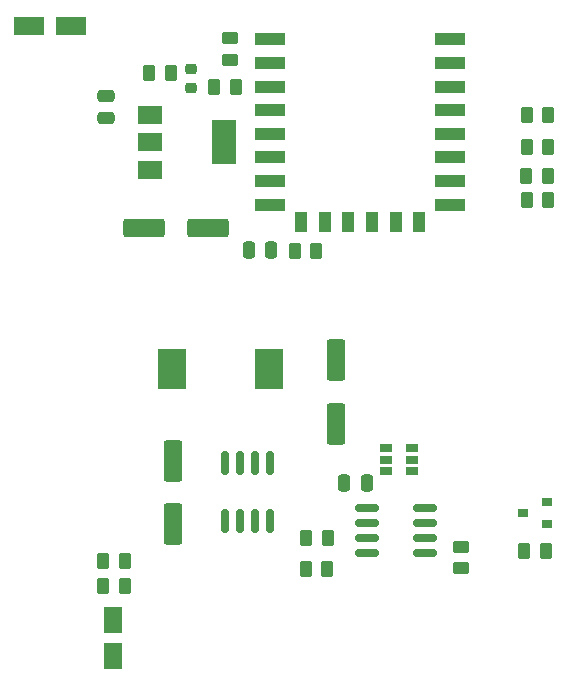
<source format=gbr>
%TF.GenerationSoftware,KiCad,Pcbnew,6.99.0-unknown-492e6548ff~162~ubuntu22.04.1*%
%TF.CreationDate,2022-12-11T13:45:44+01:00*%
%TF.ProjectId,lora_dual,6c6f7261-5f64-4756-916c-2e6b69636164,rev?*%
%TF.SameCoordinates,Original*%
%TF.FileFunction,Paste,Top*%
%TF.FilePolarity,Positive*%
%FSLAX46Y46*%
G04 Gerber Fmt 4.6, Leading zero omitted, Abs format (unit mm)*
G04 Created by KiCad (PCBNEW 6.99.0-unknown-492e6548ff~162~ubuntu22.04.1) date 2022-12-11 13:45:44*
%MOMM*%
%LPD*%
G01*
G04 APERTURE LIST*
G04 Aperture macros list*
%AMRoundRect*
0 Rectangle with rounded corners*
0 $1 Rounding radius*
0 $2 $3 $4 $5 $6 $7 $8 $9 X,Y pos of 4 corners*
0 Add a 4 corners polygon primitive as box body*
4,1,4,$2,$3,$4,$5,$6,$7,$8,$9,$2,$3,0*
0 Add four circle primitives for the rounded corners*
1,1,$1+$1,$2,$3*
1,1,$1+$1,$4,$5*
1,1,$1+$1,$6,$7*
1,1,$1+$1,$8,$9*
0 Add four rect primitives between the rounded corners*
20,1,$1+$1,$2,$3,$4,$5,0*
20,1,$1+$1,$4,$5,$6,$7,0*
20,1,$1+$1,$6,$7,$8,$9,0*
20,1,$1+$1,$8,$9,$2,$3,0*%
G04 Aperture macros list end*
%ADD10RoundRect,0.250000X-0.550000X1.500000X-0.550000X-1.500000X0.550000X-1.500000X0.550000X1.500000X0*%
%ADD11RoundRect,0.250000X-0.262500X-0.450000X0.262500X-0.450000X0.262500X0.450000X-0.262500X0.450000X0*%
%ADD12RoundRect,0.150000X-0.825000X-0.150000X0.825000X-0.150000X0.825000X0.150000X-0.825000X0.150000X0*%
%ADD13R,2.500000X1.000000*%
%ADD14R,1.000000X1.800000*%
%ADD15RoundRect,0.250000X-1.050000X-0.550000X1.050000X-0.550000X1.050000X0.550000X-1.050000X0.550000X0*%
%ADD16RoundRect,0.250000X0.262500X0.450000X-0.262500X0.450000X-0.262500X-0.450000X0.262500X-0.450000X0*%
%ADD17R,2.000000X1.500000*%
%ADD18R,2.000000X3.800000*%
%ADD19RoundRect,0.250000X0.250000X0.475000X-0.250000X0.475000X-0.250000X-0.475000X0.250000X-0.475000X0*%
%ADD20RoundRect,0.250000X-0.250000X-0.475000X0.250000X-0.475000X0.250000X0.475000X-0.250000X0.475000X0*%
%ADD21R,1.060000X0.650000*%
%ADD22RoundRect,0.250000X-0.450000X0.262500X-0.450000X-0.262500X0.450000X-0.262500X0.450000X0.262500X0*%
%ADD23RoundRect,0.250000X1.500000X0.550000X-1.500000X0.550000X-1.500000X-0.550000X1.500000X-0.550000X0*%
%ADD24RoundRect,0.150000X0.150000X-0.825000X0.150000X0.825000X-0.150000X0.825000X-0.150000X-0.825000X0*%
%ADD25RoundRect,0.250000X0.450000X-0.262500X0.450000X0.262500X-0.450000X0.262500X-0.450000X-0.262500X0*%
%ADD26R,0.900000X0.800000*%
%ADD27RoundRect,0.250000X-0.475000X0.250000X-0.475000X-0.250000X0.475000X-0.250000X0.475000X0.250000X0*%
%ADD28R,2.400000X3.400000*%
%ADD29RoundRect,0.218750X-0.256250X0.218750X-0.256250X-0.218750X0.256250X-0.218750X0.256250X0.218750X0*%
%ADD30R,1.600000X2.200000*%
G04 APERTURE END LIST*
D10*
%TO.C,C6*%
X167625000Y-132900000D03*
X167625000Y-138300000D03*
%TD*%
D11*
%TO.C,R7*%
X183752500Y-114800000D03*
X185577500Y-114800000D03*
%TD*%
D12*
%TO.C,U5*%
X170225000Y-145395000D03*
X170225000Y-146665000D03*
X170225000Y-147935000D03*
X170225000Y-149205000D03*
X175175000Y-149205000D03*
X175175000Y-147935000D03*
X175175000Y-146665000D03*
X175175000Y-145395000D03*
%TD*%
D11*
%TO.C,R11*%
X164100000Y-123600000D03*
X165925000Y-123600000D03*
%TD*%
%TO.C,R2*%
X147887500Y-149925000D03*
X149712500Y-149925000D03*
%TD*%
%TO.C,R16*%
X183525000Y-149000000D03*
X185350000Y-149000000D03*
%TD*%
D13*
%TO.C,U6*%
X162049999Y-105719999D03*
X162049999Y-107719999D03*
X162049999Y-109719999D03*
X162049999Y-111719999D03*
X162049999Y-113719999D03*
X162049999Y-115719999D03*
X162049999Y-117719999D03*
X162049999Y-119719999D03*
D14*
X164649999Y-121219999D03*
X166649999Y-121219999D03*
X168649999Y-121219999D03*
X170649999Y-121219999D03*
X172649999Y-121219999D03*
X174649999Y-121219999D03*
D13*
X177249999Y-119719999D03*
X177249999Y-117719999D03*
X177249999Y-115719999D03*
X177249999Y-113719999D03*
X177249999Y-111719999D03*
X177249999Y-109719999D03*
X177249999Y-107719999D03*
X177249999Y-105719999D03*
%TD*%
D10*
%TO.C,C2*%
X153800000Y-141375000D03*
X153800000Y-146775000D03*
%TD*%
D15*
%TO.C,C3*%
X141600000Y-104550000D03*
X145200000Y-104550000D03*
%TD*%
D16*
%TO.C,R3*%
X149725000Y-151975000D03*
X147900000Y-151975000D03*
%TD*%
D17*
%TO.C,U2*%
X151849999Y-112149999D03*
X151849999Y-114449999D03*
D18*
X158149999Y-114449999D03*
D17*
X151849999Y-116749999D03*
%TD*%
D11*
%TO.C,R8*%
X183725000Y-117290000D03*
X185550000Y-117290000D03*
%TD*%
D19*
%TO.C,C8*%
X170200000Y-143300000D03*
X168300000Y-143300000D03*
%TD*%
D20*
%TO.C,C4*%
X160200000Y-123580000D03*
X162100000Y-123580000D03*
%TD*%
D16*
%TO.C,R12*%
X153592500Y-108580000D03*
X151767500Y-108580000D03*
%TD*%
D21*
%TO.C,U3*%
X171849999Y-140349999D03*
X171849999Y-141299999D03*
X171849999Y-142249999D03*
X174049999Y-142249999D03*
X174049999Y-141299999D03*
X174049999Y-140349999D03*
%TD*%
D11*
%TO.C,R9*%
X183750000Y-119350000D03*
X185575000Y-119350000D03*
%TD*%
%TO.C,R15*%
X157315000Y-109720000D03*
X159140000Y-109720000D03*
%TD*%
D22*
%TO.C,R14*%
X158600000Y-105637500D03*
X158600000Y-107462500D03*
%TD*%
D11*
%TO.C,R6*%
X183742500Y-112140000D03*
X185567500Y-112140000D03*
%TD*%
D23*
%TO.C,C5*%
X156750000Y-121700000D03*
X151350000Y-121700000D03*
%TD*%
D24*
%TO.C,U1*%
X158245000Y-146500000D03*
X159515000Y-146500000D03*
X160785000Y-146500000D03*
X162055000Y-146500000D03*
X162055000Y-141550000D03*
X160785000Y-141550000D03*
X159515000Y-141550000D03*
X158245000Y-141550000D03*
%TD*%
D25*
%TO.C,R13*%
X178200000Y-150500000D03*
X178200000Y-148675000D03*
%TD*%
D26*
%TO.C,Q1*%
X185474999Y-146749999D03*
X185474999Y-144849999D03*
X183474999Y-145799999D03*
%TD*%
D27*
%TO.C,C1*%
X148150000Y-110500000D03*
X148150000Y-112400000D03*
%TD*%
D28*
%TO.C,L1*%
X153699999Y-133599999D03*
X161899999Y-133599999D03*
%TD*%
D16*
%TO.C,R10*%
X166900000Y-147950000D03*
X165075000Y-147950000D03*
%TD*%
D29*
%TO.C,D3*%
X155300000Y-108262500D03*
X155300000Y-109837500D03*
%TD*%
D16*
%TO.C,R5*%
X166875000Y-150550000D03*
X165050000Y-150550000D03*
%TD*%
D30*
%TO.C,C7*%
X148724999Y-154899999D03*
X148724999Y-157899999D03*
%TD*%
M02*

</source>
